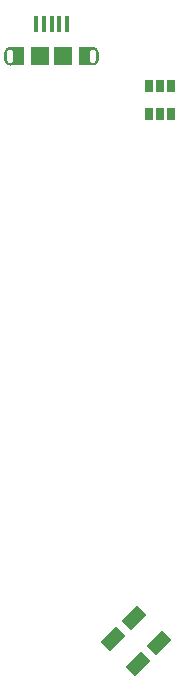
<source format=gbp>
G04*
G04 #@! TF.GenerationSoftware,Altium Limited,Altium Designer,24.2.2 (26)*
G04*
G04 Layer_Color=128*
%FSLAX44Y44*%
%MOMM*%
G71*
G04*
G04 #@! TF.SameCoordinates,14A9DA51-42A2-44A4-A91A-1E31E54FDAF6*
G04*
G04*
G04 #@! TF.FilePolarity,Positive*
G04*
G01*
G75*
G04:AMPARAMS|DCode=34|XSize=1.1176mm|YSize=1.8034mm|CornerRadius=0mm|HoleSize=0mm|Usage=FLASHONLY|Rotation=135.000|XOffset=0mm|YOffset=0mm|HoleType=Round|Shape=Rectangle|*
%AMROTATEDRECTD34*
4,1,4,1.0327,0.2425,-0.2425,-1.0327,-1.0327,-0.2425,0.2425,1.0327,1.0327,0.2425,0.0*
%
%ADD34ROTATEDRECTD34*%

%ADD88R,1.5000X1.5500*%
%ADD89R,0.3810X1.3500*%
%ADD90R,0.6350X1.0000*%
%ADD94C,0.0001*%
G36*
X472300Y906650D02*
X460300D01*
X460040Y906660D01*
X459780Y906680D01*
X459520Y906710D01*
X459260Y906760D01*
X459010Y906820D01*
X458750Y906890D01*
X458510Y906980D01*
X458270Y907080D01*
X458030Y907190D01*
X457800Y907320D01*
X457580Y907460D01*
X457360Y907600D01*
X457150Y907760D01*
X456950Y907930D01*
X456760Y908110D01*
X456580Y908300D01*
X456410Y908500D01*
X456250Y908710D01*
X456110Y908930D01*
X455970Y909150D01*
X455840Y909380D01*
X455730Y909620D01*
X455630Y909860D01*
X455540Y910100D01*
X455470Y910360D01*
X455410Y910610D01*
X455360Y910870D01*
X455330Y911130D01*
X455310Y911390D01*
X455300Y911650D01*
Y917150D01*
X455310Y917410D01*
X455330Y917670D01*
X455360Y917930D01*
X455410Y918190D01*
X455470Y918440D01*
X455540Y918700D01*
X455630Y918940D01*
X455730Y919180D01*
X455840Y919420D01*
X455970Y919650D01*
X456110Y919870D01*
X456250Y920090D01*
X456410Y920300D01*
X456580Y920500D01*
X456760Y920690D01*
X456950Y920870D01*
X457150Y921040D01*
X457360Y921200D01*
X457580Y921340D01*
X457800Y921480D01*
X458030Y921610D01*
X458270Y921720D01*
X458510Y921820D01*
X458750Y921910D01*
X459010Y921980D01*
X459260Y922040D01*
X459520Y922090D01*
X459780Y922120D01*
X460040Y922140D01*
X460300Y922150D01*
X472300D01*
Y906650D01*
D02*
G37*
G36*
X530560Y922140D02*
X530820Y922120D01*
X531080Y922090D01*
X531340Y922040D01*
X531590Y921980D01*
X531850Y921910D01*
X532090Y921820D01*
X532330Y921720D01*
X532570Y921610D01*
X532800Y921480D01*
X533020Y921340D01*
X533240Y921200D01*
X533450Y921040D01*
X533650Y920870D01*
X533840Y920690D01*
X534020Y920500D01*
X534190Y920300D01*
X534350Y920090D01*
X534490Y919870D01*
X534630Y919650D01*
X534760Y919420D01*
X534870Y919180D01*
X534970Y918940D01*
X535060Y918700D01*
X535130Y918440D01*
X535190Y918190D01*
X535240Y917930D01*
X535270Y917670D01*
X535290Y917410D01*
X535300Y917150D01*
Y911650D01*
X535290Y911390D01*
X535270Y911130D01*
X535240Y910870D01*
X535190Y910610D01*
X535130Y910360D01*
X535060Y910100D01*
X534970Y909860D01*
X534870Y909620D01*
X534760Y909380D01*
X534630Y909150D01*
X534490Y908930D01*
X534350Y908710D01*
X534190Y908500D01*
X534020Y908300D01*
X533840Y908110D01*
X533650Y907930D01*
X533450Y907760D01*
X533240Y907600D01*
X533020Y907460D01*
X532800Y907320D01*
X532570Y907190D01*
X532330Y907080D01*
X532090Y906980D01*
X531850Y906890D01*
X531590Y906820D01*
X531340Y906760D01*
X531080Y906710D01*
X530820Y906680D01*
X530560Y906660D01*
X530300Y906650D01*
X518300D01*
Y922150D01*
X530300D01*
X530560Y922140D01*
D02*
G37*
%LPC*%
G36*
X460430Y920150D02*
X460170D01*
X460040Y920140D01*
X459910Y920120D01*
X459780Y920100D01*
X459650Y920060D01*
X459530Y920030D01*
X459400Y919980D01*
X459280Y919930D01*
X459170Y919880D01*
X459050Y919820D01*
X458940Y919750D01*
X458830Y919670D01*
X458730Y919590D01*
X458630Y919510D01*
X458530Y919420D01*
X458440Y919320D01*
X458360Y919220D01*
X458280Y919120D01*
X458200Y919010D01*
X458130Y918900D01*
X458070Y918780D01*
X458020Y918670D01*
X457970Y918550D01*
X457920Y918420D01*
X457890Y918300D01*
X457850Y918170D01*
X457830Y918040D01*
X457810Y917910D01*
X457800Y917780D01*
Y917650D01*
Y911150D01*
Y911020D01*
X457810Y910890D01*
X457830Y910760D01*
X457850Y910630D01*
X457890Y910500D01*
X457920Y910380D01*
X457970Y910250D01*
X458020Y910130D01*
X458070Y910020D01*
X458130Y909900D01*
X458200Y909790D01*
X458280Y909680D01*
X458360Y909580D01*
X458440Y909480D01*
X458530Y909380D01*
X458630Y909290D01*
X458730Y909210D01*
X458830Y909130D01*
X458940Y909050D01*
X459050Y908980D01*
X459170Y908920D01*
X459280Y908870D01*
X459400Y908820D01*
X459530Y908770D01*
X459650Y908740D01*
X459780Y908700D01*
X459910Y908680D01*
X460040Y908660D01*
X460170Y908650D01*
X460430D01*
X460560Y908660D01*
X460690Y908680D01*
X460820Y908700D01*
X460950Y908740D01*
X461070Y908770D01*
X461200Y908820D01*
X461320Y908870D01*
X461430Y908920D01*
X461550Y908980D01*
X461660Y909050D01*
X461770Y909130D01*
X461870Y909210D01*
X461970Y909290D01*
X462070Y909380D01*
X462160Y909480D01*
X462240Y909580D01*
X462320Y909680D01*
X462400Y909790D01*
X462470Y909900D01*
X462530Y910020D01*
X462580Y910130D01*
X462630Y910250D01*
X462680Y910380D01*
X462710Y910500D01*
X462750Y910630D01*
X462770Y910760D01*
X462790Y910890D01*
X462800Y911020D01*
Y911150D01*
Y917650D01*
Y917780D01*
X462790Y917910D01*
X462770Y918040D01*
X462750Y918170D01*
X462710Y918300D01*
X462680Y918420D01*
X462630Y918550D01*
X462580Y918670D01*
X462530Y918780D01*
X462470Y918900D01*
X462400Y919010D01*
X462320Y919120D01*
X462240Y919220D01*
X462160Y919320D01*
X462070Y919420D01*
X461970Y919510D01*
X461870Y919590D01*
X461770Y919670D01*
X461660Y919750D01*
X461550Y919820D01*
X461430Y919880D01*
X461320Y919930D01*
X461200Y919980D01*
X461070Y920030D01*
X460950Y920060D01*
X460820Y920100D01*
X460690Y920120D01*
X460560Y920140D01*
X460430Y920150D01*
D02*
G37*
G36*
X530430D02*
X530170D01*
X530040Y920140D01*
X529910Y920120D01*
X529780Y920100D01*
X529650Y920060D01*
X529530Y920030D01*
X529400Y919980D01*
X529280Y919930D01*
X529170Y919880D01*
X529050Y919820D01*
X528940Y919750D01*
X528830Y919670D01*
X528730Y919590D01*
X528630Y919510D01*
X528530Y919420D01*
X528440Y919320D01*
X528360Y919220D01*
X528280Y919120D01*
X528200Y919010D01*
X528130Y918900D01*
X528070Y918780D01*
X528020Y918670D01*
X527970Y918550D01*
X527920Y918420D01*
X527890Y918300D01*
X527850Y918170D01*
X527830Y918040D01*
X527810Y917910D01*
X527800Y917780D01*
Y917650D01*
Y911150D01*
Y911020D01*
X527810Y910890D01*
X527830Y910760D01*
X527850Y910630D01*
X527890Y910500D01*
X527920Y910380D01*
X527970Y910250D01*
X528020Y910130D01*
X528070Y910020D01*
X528130Y909900D01*
X528200Y909790D01*
X528280Y909680D01*
X528360Y909580D01*
X528440Y909480D01*
X528530Y909380D01*
X528630Y909290D01*
X528730Y909210D01*
X528830Y909130D01*
X528940Y909050D01*
X529050Y908980D01*
X529170Y908920D01*
X529280Y908870D01*
X529400Y908820D01*
X529530Y908770D01*
X529650Y908740D01*
X529780Y908700D01*
X529910Y908680D01*
X530040Y908660D01*
X530170Y908650D01*
X530430D01*
X530560Y908660D01*
X530690Y908680D01*
X530820Y908700D01*
X530950Y908740D01*
X531070Y908770D01*
X531200Y908820D01*
X531320Y908870D01*
X531430Y908920D01*
X531550Y908980D01*
X531660Y909050D01*
X531770Y909130D01*
X531870Y909210D01*
X531970Y909290D01*
X532070Y909380D01*
X532160Y909480D01*
X532240Y909580D01*
X532320Y909680D01*
X532400Y909790D01*
X532470Y909900D01*
X532530Y910020D01*
X532580Y910130D01*
X532630Y910250D01*
X532680Y910380D01*
X532710Y910500D01*
X532750Y910630D01*
X532770Y910760D01*
X532790Y910890D01*
X532800Y911020D01*
Y911150D01*
Y917650D01*
Y917780D01*
X532790Y917910D01*
X532770Y918040D01*
X532750Y918170D01*
X532710Y918300D01*
X532680Y918420D01*
X532630Y918550D01*
X532580Y918670D01*
X532530Y918780D01*
X532470Y918900D01*
X532400Y919010D01*
X532320Y919120D01*
X532240Y919220D01*
X532160Y919320D01*
X532070Y919420D01*
X531970Y919510D01*
X531870Y919590D01*
X531770Y919670D01*
X531660Y919750D01*
X531550Y919820D01*
X531430Y919880D01*
X531320Y919930D01*
X531200Y919980D01*
X531070Y920030D01*
X530950Y920060D01*
X530820Y920100D01*
X530690Y920120D01*
X530560Y920140D01*
X530430Y920150D01*
D02*
G37*
%LPD*%
D34*
X564713Y438587D02*
D03*
X585907Y417393D02*
D03*
X546933Y420807D02*
D03*
X568127Y399613D02*
D03*
D88*
X485300Y914400D02*
D03*
X505300D02*
D03*
D89*
X482300Y941400D02*
D03*
X488800D02*
D03*
X495300D02*
D03*
X501800D02*
D03*
X508300D02*
D03*
D90*
X596748Y889316D02*
D03*
X587248D02*
D03*
X577748D02*
D03*
Y865691D02*
D03*
X587248Y865691D02*
D03*
X596748Y865691D02*
D03*
D94*
X460300Y906700D02*
Y908400D01*
X530300Y920400D02*
Y922100D01*
M02*

</source>
